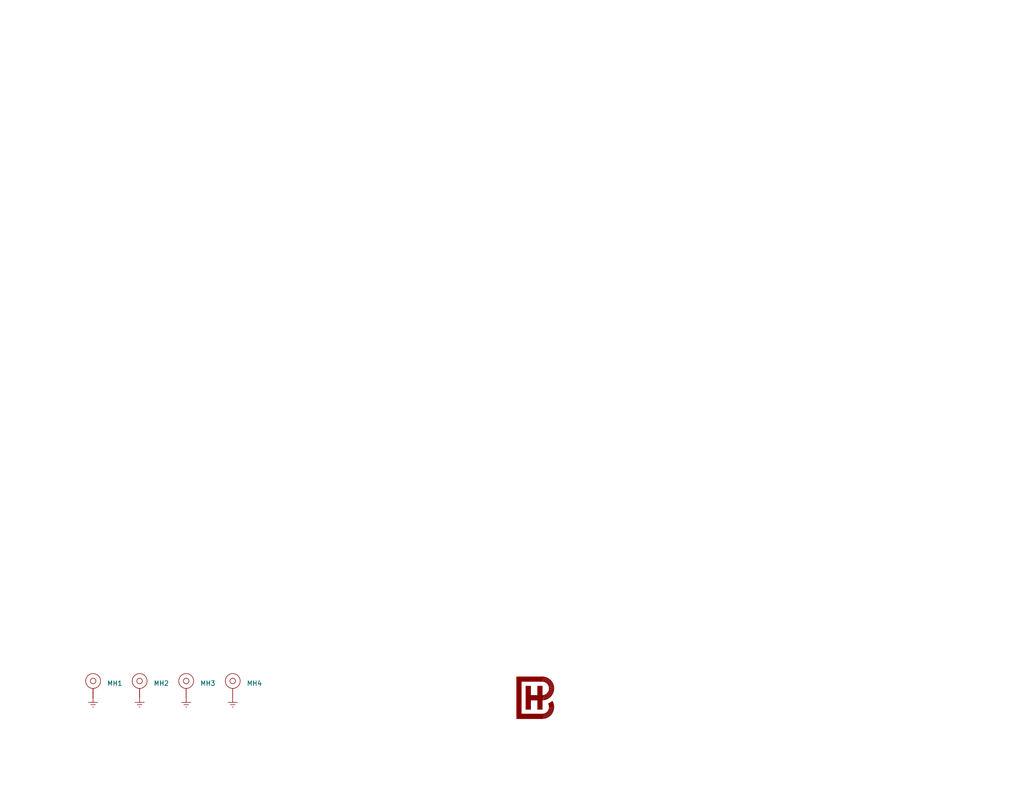
<source format=kicad_sch>
(kicad_sch (version 20231120) (generator "eeschema") (generator_version "8.0")
  (paper "A")
  (title_block (title "${PROJECT_NAME}") (rev "${PCB_REVISION}") (company "BRENDANHAINES.COM"))
  (lib_symbols
    (symbol "bh:GND" (power) (pin_names (offset 0))
      (symbol "GND_0_1"
        (polyline (pts (xy -0.635 -1.905) (xy 0.635 -1.905)))
        (polyline (pts (xy -0.127 -2.54) (xy 0.127 -2.54)))
        (polyline (pts (xy 0 -1.27) (xy 0 0)))
        (polyline (pts (xy 1.27 -1.27) (xy -1.27 -1.27)))
      )
      (symbol "GND_1_1"
        (pin power_in line (at 0 0 90) (length 0) hide (name "GND") (number "1"))
      )
    )
    (symbol "bh:LOGO_BH" (in_bom no)
      (symbol "LOGO_BH_0_1"
        (rectangle (start -5.08 -4.445) (end 1.905 -5.715) (fill (type outline)))
        (rectangle (start -5.08 4.445) (end -3.81 -4.445) (fill (type outline)))
        (rectangle (start -5.08 5.715) (end 1.905 4.445) (fill (type outline)))
        (rectangle (start -2.54 3.175) (end -1.27 -3.175) (fill (type outline)))
        (rectangle (start -1.27 0.635) (end 0.635 -0.635) (fill (type outline)))
        (polyline (pts (xy 1.905 0.635) (xy 1.905 -0.635)))
        (polyline (pts (xy 3.7084 -1.8542) (xy 3.7084 -1.6002)))
        (polyline (pts (xy 4.6482 -0.9906) (xy 4.572 -1.1684)))
        (polyline (pts (xy 4.7244 -1.1176) (xy 4.4704 -1.1684)))
        (polyline (pts (xy 4.8006 -1.2446) (xy 4.2418 -1.2954)))
        (polyline (pts (xy 4.8514 -1.3716) (xy 4.064 -1.4224)))
        (polyline (pts (xy 4.953 -2.54) (xy 4.9022 -1.778)))
        (polyline (pts (xy 3.81 -2.54) (xy 3.81 -2.3622) (xy 3.7846 -2.2098) (xy 3.7338 -2.032) (xy 3.683 -1.8796) (xy 3.6322 -1.7272) (xy 3.5814 -1.6002) (xy 3.7338 -1.524) (xy 3.8862 -1.4478) (xy 4.1148 -1.3208) (xy 4.2926 -1.2192) (xy 4.4704 -1.0922) (xy 4.6482 -0.9652) (xy 4.7498 -1.143) (xy 4.8514 -1.3462) (xy 4.9276 -1.5748) (xy 4.9784 -1.778) (xy 5.0292 -1.9812) (xy 5.0546 -2.1844) (xy 5.08 -2.54)))
        (rectangle (start 0.635 3.175) (end 1.905 -3.175) (fill (type outline)))
        (arc (start 1.905 -5.715) (mid 4.1501 -4.7851) (end 5.08 -2.54))
        (arc (start 1.905 -5.588) (mid 4.0603 -4.6953) (end 4.953 -2.54))
        (arc (start 1.905 -5.461) (mid 3.9705 -4.6055) (end 4.826 -2.54))
        (arc (start 1.905 -5.334) (mid 3.8807 -4.5157) (end 4.699 -2.54))
        (arc (start 1.905 -5.207) (mid 3.7909 -4.4259) (end 4.572 -2.54))
        (arc (start 1.905 -5.08) (mid 3.7011 -4.3361) (end 4.445 -2.54))
        (arc (start 1.905 -4.953) (mid 3.6112 -4.2462) (end 4.318 -2.54))
        (arc (start 1.905 -4.826) (mid 3.5214 -4.1564) (end 4.191 -2.54))
        (arc (start 1.905 -4.699) (mid 3.4316 -4.0666) (end 4.064 -2.54))
        (arc (start 1.905 -4.572) (mid 3.3418 -3.9768) (end 3.937 -2.54))
        (arc (start 1.905 -4.445) (mid 3.252 -3.887) (end 3.81 -2.54))
        (arc (start 1.905 -0.635) (mid 4.1501 0.2949) (end 5.08 2.54))
        (arc (start 1.905 -0.508) (mid 4.0603 0.3847) (end 4.953 2.54))
        (arc (start 1.905 -0.381) (mid 3.9705 0.4745) (end 4.826 2.54))
        (arc (start 1.905 -0.254) (mid 3.8807 0.5643) (end 4.699 2.54))
        (arc (start 1.905 -0.127) (mid 3.7909 0.6541) (end 4.572 2.54))
        (arc (start 1.905 0) (mid 3.7011 0.7439) (end 4.445 2.54))
        (arc (start 1.905 0.127) (mid 3.6112 0.8338) (end 4.318 2.54))
        (arc (start 1.905 0.254) (mid 3.5214 0.9236) (end 4.191 2.54))
        (arc (start 1.905 0.381) (mid 3.4316 1.0134) (end 4.064 2.54))
        (arc (start 1.905 0.508) (mid 3.3418 1.1032) (end 3.937 2.54))
        (arc (start 1.905 0.635) (mid 3.252 1.193) (end 3.81 2.54))
        (rectangle (start 3.81 -1.524) (end 4.826 -2.54) (fill (type outline)))
        (arc (start 3.81 2.54) (mid 3.252 3.887) (end 1.905 4.445))
        (arc (start 3.937 2.54) (mid 3.3418 3.9768) (end 1.905 4.572))
        (arc (start 4.064 2.54) (mid 3.4316 4.0666) (end 1.905 4.699))
        (arc (start 4.191 2.54) (mid 3.5214 4.1564) (end 1.905 4.826))
        (arc (start 4.318 2.54) (mid 3.6112 4.2462) (end 1.905 4.953))
        (arc (start 4.445 2.54) (mid 3.7011 4.3361) (end 1.905 5.08))
        (arc (start 4.572 2.54) (mid 3.7909 4.4259) (end 1.905 5.207))
        (arc (start 4.699 2.54) (mid 3.8807 4.5157) (end 1.905 5.334))
        (arc (start 4.826 2.54) (mid 3.9705 4.6055) (end 1.905 5.461))
        (arc (start 4.953 2.54) (mid 4.0603 4.6953) (end 1.905 5.588))
        (arc (start 5.08 2.54) (mid 4.1501 4.7851) (end 1.905 5.715))
      )
    )
    (symbol "bh:Mounting_Hole" (pin_numbers hide) (pin_names (offset 0.762) hide)
      (property "Reference" "MH" (at 0 7.62 0))
      (symbol "Mounting_Hole_0_1"
        (circle (center 0 4.572) (radius 0.762))
        (circle (center 0 4.572) (radius 2.032))
      )
      (symbol "Mounting_Hole_1_1"
        (pin passive line (at 0 0 90) (length 2.54) (name "1") (number "1"))
      )
    )
  )
  (symbol (lib_id "bh:LOGO_BH") (at 146.05 190.5 0) (unit 1) (exclude_from_sim yes) (in_bom no)
    (property "Reference" "LOGO1" (effects (hide yes)))
    (property "Value" "~" (at 146.685 189.865 0))
    (property "Footprint" "common:LOGO_BH" (effects (hide yes)))
  )
  (symbol (lib_id "bh:Mounting_Hole") (at 63.5 190.5 0) (unit 1) (exclude_from_sim yes) (in_bom no)
    (property "Reference" "MH4" (at 67.31 186.563 0) (effects (justify left)))
    (property "Value" "Mounting_Hole" (effects (hide yes)))
    (property "Footprint" "common:MH120X230_#4" (effects (hide yes)))
  )
  (symbol (lib_id "bh:GND") (at 38.1 190.5 0) (unit 1)
    (property "Reference" "#PWR02" (effects (hide yes)))
    (property "Value" "GND" (effects (hide yes)))
  )
  (symbol (lib_id "bh:GND") (at 25.4 190.5 0) (unit 1)
    (property "Reference" "#PWR01" (effects (hide yes)))
    (property "Value" "GND" (effects (hide yes)))
  )
  (symbol (lib_id "bh:Mounting_Hole") (at 50.8 190.5 0) (unit 1) (exclude_from_sim yes) (in_bom no)
    (property "Reference" "MH3" (at 54.61 186.563 0) (effects (justify left)))
    (property "Value" "Mounting_Hole" (effects (hide yes)))
    (property "Footprint" "common:MH120X230_#4" (effects (hide yes)))
  )
  (symbol (lib_id "bh:Mounting_Hole") (at 25.4 190.5 0) (unit 1) (exclude_from_sim yes) (in_bom no)
    (property "Reference" "MH1" (at 29.21 186.563 0) (effects (justify left)))
    (property "Value" "Mounting_Hole" (effects (hide yes)))
    (property "Footprint" "common:MH120X230_#4" (effects (hide yes)))
  )
  (symbol (lib_id "bh:GND") (at 63.5 190.5 0) (unit 1)
    (property "Reference" "#PWR04" (effects (hide yes)))
    (property "Value" "GND" (effects (hide yes)))
  )
  (symbol (lib_id "bh:GND") (at 50.8 190.5 0) (unit 1)
    (property "Reference" "#PWR03" (effects (hide yes)))
    (property "Value" "GND" (effects (hide yes)))
  )
  (symbol (lib_id "bh:Mounting_Hole") (at 38.1 190.5 0) (unit 1) (exclude_from_sim yes) (in_bom no)
    (property "Reference" "MH2" (at 41.91 186.563 0) (effects (justify left)))
    (property "Value" "Mounting_Hole" (effects (hide yes)))
    (property "Footprint" "common:MH120X230_#4" (effects (hide yes)))
  )
)
</source>
